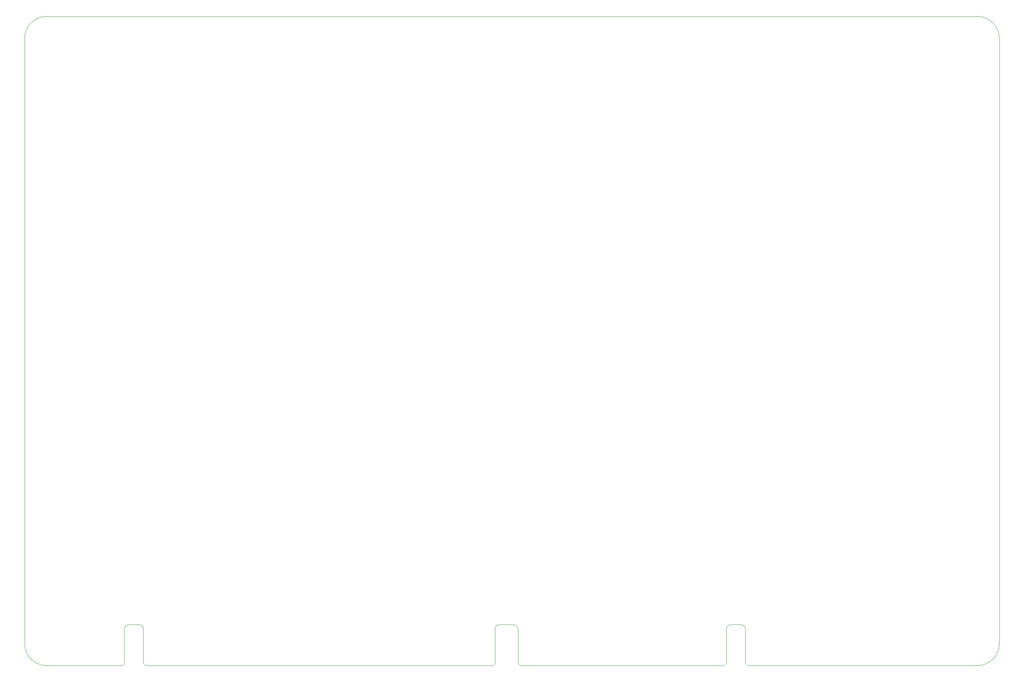
<source format=gm1>
%TF.GenerationSoftware,KiCad,Pcbnew,8.0.7*%
%TF.CreationDate,2025-05-15T14:33:30+02:00*%
%TF.ProjectId,SD Card Board,53442043-6172-4642-9042-6f6172642e6b,rev?*%
%TF.SameCoordinates,Original*%
%TF.FileFunction,Profile,NP*%
%FSLAX46Y46*%
G04 Gerber Fmt 4.6, Leading zero omitted, Abs format (unit mm)*
G04 Created by KiCad (PCBNEW 8.0.7) date 2025-05-15 14:33:30*
%MOMM*%
%LPD*%
G01*
G04 APERTURE LIST*
%TA.AperFunction,Profile*%
%ADD10C,0.100000*%
%TD*%
G04 APERTURE END LIST*
D10*
X195135501Y380999D02*
G75*
G02*
X190055501Y-4699001I-5080001J1D01*
G01*
X-29972000Y381000D02*
X-29980000Y140208000D01*
X190055501Y-4699001D02*
X136969296Y-4699000D01*
X190047500Y145288000D02*
X-24900000Y145288000D01*
X-29980000Y140208000D02*
G75*
G02*
X-24900000Y145288000I5080002J-2D01*
G01*
X-24892000Y-4699000D02*
G75*
G02*
X-29972000Y381000I2J5080002D01*
G01*
X195135501Y380999D02*
X195127500Y140208000D01*
X-7416800Y-4699000D02*
X-24892000Y-4699001D01*
X190047500Y145288000D02*
G75*
G02*
X195127500Y140208000I0J-5080000D01*
G01*
%TO.C,J1*%
X135392248Y4767799D02*
G75*
G02*
X136469299Y3701000I5152J-1071899D01*
G01*
X132082248Y3701000D02*
G75*
G02*
X133159296Y4767852I1071952J-5100D01*
G01*
X82880200Y4767799D02*
G75*
G02*
X83957199Y3701000I5100J-1071899D01*
G01*
X78623248Y3701000D02*
G75*
G02*
X79700296Y4767852I1071952J-5100D01*
G01*
X-3606800Y4780799D02*
G75*
G02*
X-2529751Y3714000I5130J-1071919D01*
G01*
X-6916800Y3714000D02*
G75*
G02*
X-5839752Y4780799I1071932J-5133D01*
G01*
X136469296Y-4199000D02*
X136969296Y-4699000D01*
X136469296Y3701000D02*
X136469296Y-4199000D01*
X133159296Y4767799D02*
X135392248Y4767799D01*
X132082248Y-4199000D02*
X131582248Y-4699000D01*
X132082248Y3701000D02*
X132082248Y-4199000D01*
X131582248Y-4699000D02*
X84457248Y-4699000D01*
X83957248Y-4199000D02*
X84457248Y-4699000D01*
X83957248Y3701000D02*
X83957248Y-4199000D01*
X79700296Y4767799D02*
X82880200Y4767799D01*
X78623248Y-4199000D02*
X78123248Y-4699000D01*
X78623248Y3701000D02*
X78623248Y-4199000D01*
X78123248Y-4699000D02*
X-2029752Y-4699000D01*
X-2529752Y-4199000D02*
X-2029752Y-4699000D01*
X-2529752Y3714000D02*
X-2529752Y-4199000D01*
X-3606800Y4780799D02*
X-5839752Y4780799D01*
X-6916800Y-4199000D02*
X-7416800Y-4699000D01*
X-6916800Y3714000D02*
X-6916800Y-4199000D01*
%TD*%
M02*

</source>
